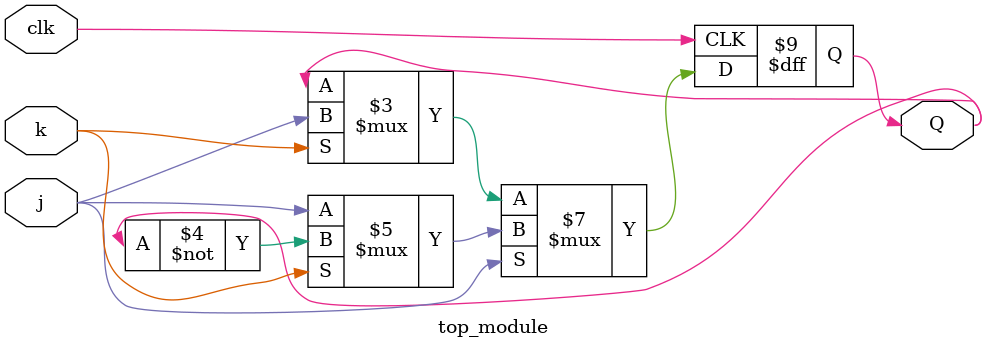
<source format=v>

module top_module (
    input clk,
    input j,
    input k,
    output Q); 
    
    always @(posedge clk) begin
        if(!j) begin
            Q <= k ? j : Q;
        end
        else begin
            Q <= k ? ~Q : j;
        end
    end

endmodule
</source>
